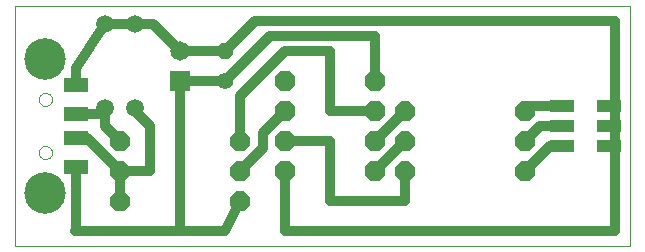
<source format=gtl>
G75*
%MOIN*%
%OFA0B0*%
%FSLAX24Y24*%
%IPPOS*%
%LPD*%
%AMOC8*
5,1,8,0,0,1.08239X$1,22.5*
%
%ADD10C,0.0000*%
%ADD11R,0.0787X0.0433*%
%ADD12C,0.0594*%
%ADD13OC8,0.0660*%
%ADD14OC8,0.0560*%
%ADD15C,0.0560*%
%ADD16R,0.0650X0.0650*%
%ADD17C,0.0650*%
%ADD18C,0.1384*%
%ADD19R,0.0787X0.0472*%
%ADD20OC8,0.0680*%
%ADD21C,0.0320*%
D10*
X006015Y000290D02*
X006015Y008286D01*
X026510Y008286D01*
X026510Y000290D01*
X006015Y000290D01*
X006798Y003404D02*
X006800Y003433D01*
X006806Y003461D01*
X006815Y003489D01*
X006828Y003515D01*
X006845Y003538D01*
X006864Y003560D01*
X006886Y003579D01*
X006911Y003594D01*
X006937Y003607D01*
X006965Y003615D01*
X006993Y003620D01*
X007022Y003621D01*
X007051Y003618D01*
X007079Y003611D01*
X007106Y003601D01*
X007132Y003587D01*
X007155Y003570D01*
X007176Y003550D01*
X007194Y003527D01*
X007209Y003502D01*
X007220Y003475D01*
X007228Y003447D01*
X007232Y003418D01*
X007232Y003390D01*
X007228Y003361D01*
X007220Y003333D01*
X007209Y003306D01*
X007194Y003281D01*
X007176Y003258D01*
X007155Y003238D01*
X007132Y003221D01*
X007106Y003207D01*
X007079Y003197D01*
X007051Y003190D01*
X007022Y003187D01*
X006993Y003188D01*
X006965Y003193D01*
X006937Y003201D01*
X006911Y003214D01*
X006886Y003229D01*
X006864Y003248D01*
X006845Y003270D01*
X006828Y003293D01*
X006815Y003319D01*
X006806Y003347D01*
X006800Y003375D01*
X006798Y003404D01*
X006798Y005176D02*
X006800Y005205D01*
X006806Y005233D01*
X006815Y005261D01*
X006828Y005287D01*
X006845Y005310D01*
X006864Y005332D01*
X006886Y005351D01*
X006911Y005366D01*
X006937Y005379D01*
X006965Y005387D01*
X006993Y005392D01*
X007022Y005393D01*
X007051Y005390D01*
X007079Y005383D01*
X007106Y005373D01*
X007132Y005359D01*
X007155Y005342D01*
X007176Y005322D01*
X007194Y005299D01*
X007209Y005274D01*
X007220Y005247D01*
X007228Y005219D01*
X007232Y005190D01*
X007232Y005162D01*
X007228Y005133D01*
X007220Y005105D01*
X007209Y005078D01*
X007194Y005053D01*
X007176Y005030D01*
X007155Y005010D01*
X007132Y004993D01*
X007106Y004979D01*
X007079Y004969D01*
X007051Y004962D01*
X007022Y004959D01*
X006993Y004960D01*
X006965Y004965D01*
X006937Y004973D01*
X006911Y004986D01*
X006886Y005001D01*
X006864Y005020D01*
X006845Y005042D01*
X006828Y005065D01*
X006815Y005091D01*
X006806Y005119D01*
X006800Y005147D01*
X006798Y005176D01*
D11*
X024227Y004959D03*
X025802Y004959D03*
X025802Y004290D03*
X024227Y004290D03*
X024227Y003621D03*
X025802Y003621D03*
D12*
X010015Y004890D03*
X009015Y004890D03*
X009015Y007690D03*
X010015Y007690D03*
D13*
X019015Y004790D03*
X019015Y003790D03*
X019015Y002790D03*
X023015Y002790D03*
X023015Y003790D03*
X023015Y004790D03*
X013515Y003790D03*
X013515Y002790D03*
X013515Y001790D03*
X009515Y001790D03*
X009515Y002790D03*
X009515Y003790D03*
D14*
X013015Y006790D03*
D15*
X013015Y005790D03*
D16*
X011515Y005790D03*
D17*
X011515Y006790D03*
D18*
X007015Y006534D03*
X007015Y002046D03*
D19*
X008038Y002912D03*
X008038Y003896D03*
X008038Y004684D03*
X008038Y005668D03*
D20*
X015015Y005790D03*
X018015Y005790D03*
X018015Y004790D03*
X015015Y004790D03*
X015015Y003790D03*
X018015Y003790D03*
X018015Y002790D03*
X015015Y002790D03*
D21*
X015015Y000790D01*
X026015Y000790D01*
X026015Y003621D01*
X025802Y003621D01*
X026015Y003621D02*
X026015Y004290D01*
X025802Y004290D01*
X026015Y004290D02*
X026015Y004959D01*
X025802Y004959D01*
X026015Y004959D02*
X026015Y007790D01*
X014015Y007790D01*
X013015Y006790D01*
X011515Y006790D01*
X010615Y007690D01*
X010015Y007690D01*
X009015Y007690D01*
X008038Y006214D01*
X008038Y005668D01*
X009015Y004890D02*
X009015Y004290D01*
X009515Y003790D01*
X009515Y002790D02*
X008408Y003896D01*
X008038Y003896D01*
X008038Y004684D02*
X008808Y004684D01*
X009015Y004890D01*
X010015Y004890D02*
X010015Y004790D01*
X010515Y004290D01*
X010515Y002790D01*
X009515Y002790D01*
X009515Y001790D01*
X008038Y000814D02*
X008015Y000790D01*
X011515Y000790D01*
X013015Y000790D01*
X013515Y001790D01*
X013515Y002790D02*
X014265Y003540D01*
X014265Y004040D01*
X015015Y004790D01*
X016515Y004790D02*
X018015Y004790D01*
X018015Y003790D02*
X019015Y004790D01*
X016515Y004790D02*
X016515Y006790D01*
X015015Y006790D01*
X013515Y005290D01*
X013515Y003790D01*
X015015Y003790D02*
X016515Y003790D01*
X016515Y001790D01*
X019015Y001790D01*
X019015Y002790D01*
X018015Y002790D02*
X019015Y003790D01*
X023015Y003790D02*
X023515Y004290D01*
X024227Y004290D01*
X023184Y004959D02*
X023015Y004790D01*
X023184Y004959D02*
X024227Y004959D01*
X024227Y003621D02*
X023845Y003621D01*
X023015Y002790D01*
X018015Y005790D02*
X018015Y007290D01*
X014515Y007290D01*
X013015Y005790D01*
X011515Y005790D01*
X011515Y000790D01*
X008038Y000814D02*
X008038Y002912D01*
M02*

</source>
